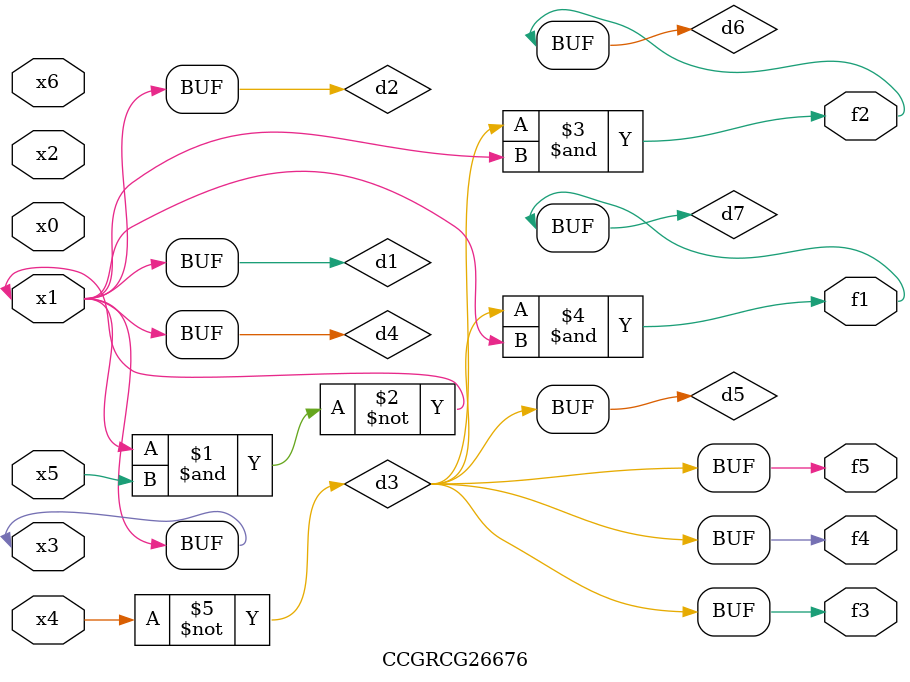
<source format=v>
module CCGRCG26676(
	input x0, x1, x2, x3, x4, x5, x6,
	output f1, f2, f3, f4, f5
);

	wire d1, d2, d3, d4, d5, d6, d7;

	buf (d1, x1, x3);
	nand (d2, x1, x5);
	not (d3, x4);
	buf (d4, d1, d2);
	buf (d5, d3);
	and (d6, d3, d4);
	and (d7, d3, d4);
	assign f1 = d7;
	assign f2 = d6;
	assign f3 = d5;
	assign f4 = d5;
	assign f5 = d5;
endmodule

</source>
